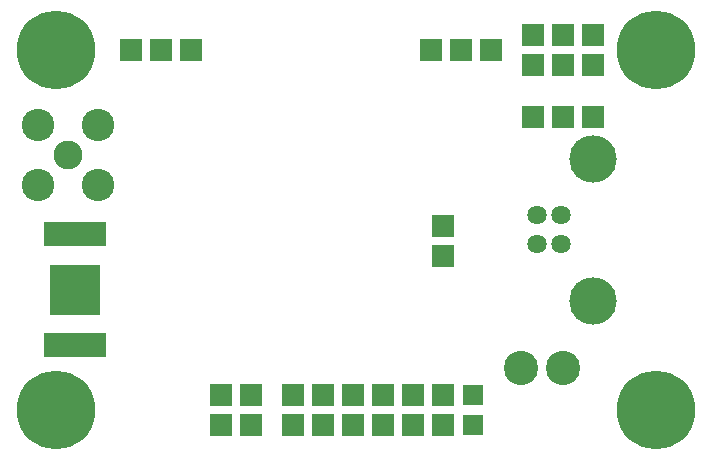
<source format=gbr>
G75*
G70*
%OFA0B0*%
%FSLAX24Y24*%
%IPPOS*%
%LPD*%
%AMOC8*
5,1,8,0,0,1.08239X$1,22.5*
%
%ADD10R,0.2088X0.0789*%
%ADD11R,0.1655X0.1655*%
%ADD12C,0.0642*%
%ADD13C,0.1580*%
%ADD14R,0.0730X0.0730*%
%ADD15C,0.1143*%
%ADD16C,0.1084*%
%ADD17C,0.0966*%
%ADD18R,0.0680X0.0680*%
%ADD19C,0.2620*%
D10*
X011456Y004435D03*
X011456Y008135D03*
D11*
X011456Y006285D03*
D12*
X026856Y007793D03*
X027643Y007793D03*
X027643Y008777D03*
X026856Y008777D03*
D13*
X028706Y010647D03*
X028706Y005923D03*
D14*
X023706Y007410D03*
X023706Y008410D03*
X026706Y012035D03*
X027706Y012035D03*
X028706Y012035D03*
X028706Y013785D03*
X027706Y013785D03*
X026706Y013785D03*
X026706Y014785D03*
X027706Y014785D03*
X028706Y014785D03*
X025331Y014285D03*
X024331Y014285D03*
X023331Y014285D03*
X015331Y014285D03*
X014331Y014285D03*
X013331Y014285D03*
X016331Y002785D03*
X017331Y002785D03*
X017331Y001785D03*
X016331Y001785D03*
X018706Y001785D03*
X019706Y001785D03*
X020706Y001785D03*
X021706Y001785D03*
X022706Y001785D03*
X023706Y001785D03*
X023706Y002785D03*
X022706Y002785D03*
X021706Y002785D03*
X020706Y002785D03*
X019706Y002785D03*
X018706Y002785D03*
D15*
X026331Y003660D03*
X027706Y003660D03*
D16*
X012206Y009785D03*
X010206Y009785D03*
X010206Y011785D03*
X012206Y011785D03*
D17*
X011206Y010785D03*
D18*
X024706Y002785D03*
X024706Y001785D03*
D19*
X010831Y002285D03*
X010831Y014285D03*
X030831Y014285D03*
X030831Y002285D03*
M02*

</source>
